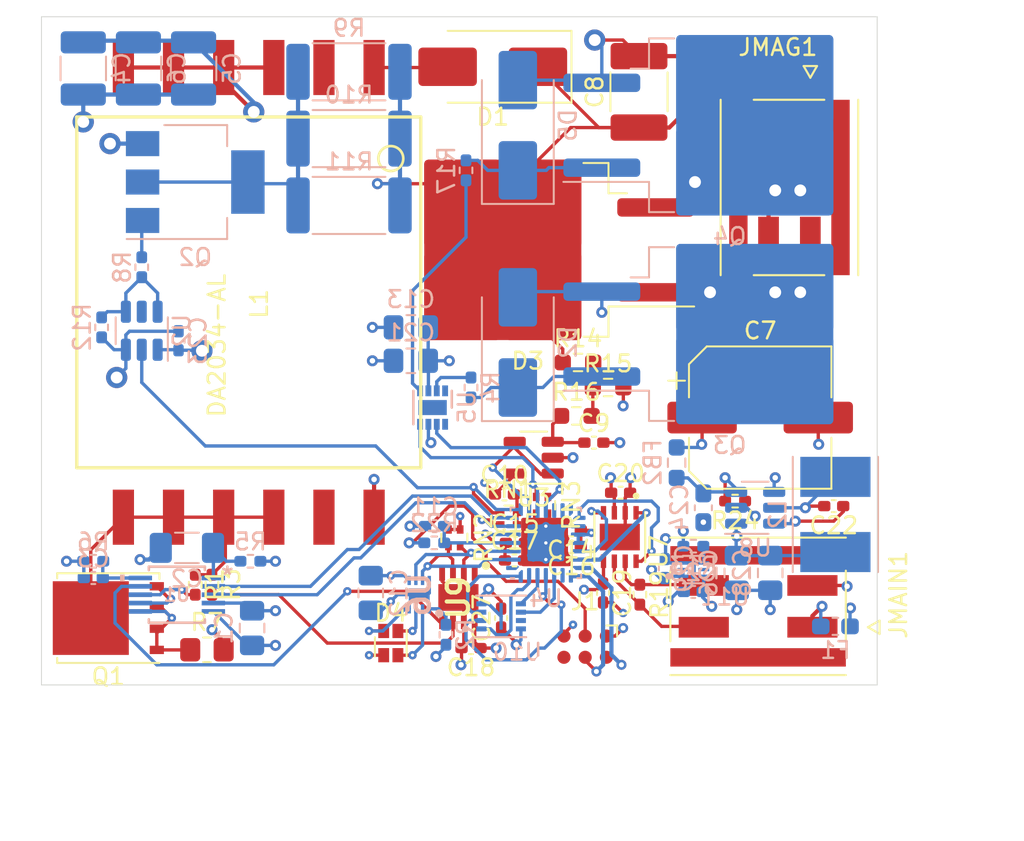
<source format=kicad_pcb>
(kicad_pcb (version 20221018) (generator pcbnew)
  (layers (0 "F.Cu" signal "Top Layer") (1 "In1.Cu" power "Int1 (GND)") (2 "In2.Cu" power "Int2 (PWR)") (31 "B.Cu" signal "Bottom Layer") (34 "B.Paste" user "Bottom Paste") (35 "F.Paste" user "Top Paste") (36 "B.SilkS" user "Bottom Overlay") (37 "F.SilkS" user "Top Overlay") (38 "B.Mask" user "Bottom Solder") (39 "F.Mask" user "Top Solder") (44 "Edge.Cuts" user))
  (property "SHEETTOTAL" "4")
  (net 0 "")
  (net 1 "GND")
  (net 2 "+24V")
  (net 3 "Net-(U1-VTRANS)")
  (net 4 "Net-(U1-RBG)")
  (net 5 "+3.3V")
  (net 6 "Net-(U4-NRST)")
  (net 7 "+5V")
  (net 8 "Net-(U8-BST)")
  (net 9 "Net-(U8-SW)")
  (net 10 "Net-(U8-IN)")
  (net 11 "Net-(D1-A)")
  (net 12 "Net-(D2-A1)")
  (net 13 "/MAGNET_A_2")
  (net 14 "/MAGNET_B_2")
  (net 15 "Net-(D4-RK)")
  (net 16 "Net-(D4-GK)")
  (net 17 "Net-(D4-BK)")
  (net 18 "Net-(D5-A1)")
  (net 19 "Net-(F1-Pad1)")
  (net 20 "/Logic/SWDIO")
  (net 21 "/Logic/SW_NRST")
  (net 22 "/Logic/SWCLK")
  (net 26 "/CAN_P")
  (net 27 "/CAN_N")
  (net 30 "/Power/NMOS_DRAIN")
  (net 31 "Net-(U1-SOURCE)")
  (net 32 "Net-(Q1-G)")
  (net 33 "Net-(Q2-G)")
  (net 34 "Net-(Q2-D-Pad2)")
  (net 35 "Net-(U1-RDCM)")
  (net 36 "Net-(U6-ST)")
  (net 37 "Net-(U9-P0B)")
  (net 38 "Net-(U5-OUT_A)")
  (net 39 "Net-(U2-SINK)")
  (net 40 "Net-(U11-EN)")
  (net 41 "Net-(R14-Pad2)")
  (net 42 "Net-(U5-OUT_B)")
  (net 43 "Net-(U8-EN)")
  (net 44 "/Logic/CHARGE")
  (net 45 "/Logic/DISCHARGE")
  (net 46 "/Logic/SCL")
  (net 47 "/Logic/SDA")
  (net 48 "/Logic/KICK_B")
  (net 49 "/Logic/KICK_A")
  (net 50 "/Logic/DONE")
  (net 51 "/Power/RVOUT")
  (net 53 "/Logic/VOUT_ADC")
  (net 58 "/Logic/CAN_STB")
  (net 59 "/Logic/CAN_RX")
  (net 60 "/Logic/CAN_TX")
  (net 62 "/Logic/SCK")
  (net 63 "/Logic/MISO")
  (net 64 "/Logic/MOSI")
  (net 65 "/Logic/FLASH_CS")
  (net 66 "/Logic/FLASH_WP")
  (net 71 "Net-(U3-+)")
  (net 72 "VDC")
  (footprint "Diode_SMD:D_SMB_Handsoldering" (layer "F.Cu") (at 150.5 88 180)
    (fp_text reference "D1")
    (fp_text value "MURS160")
  )
  (footprint "Capacitor_SMD:C_0402_1005Metric_Pad0.74x0.62mm_HandSolder" (layer "F.Cu") (at 149.2 122.8 180)
    (fp_text reference "C18")
    (fp_text value "100nF")
  )
  (footprint "ATA6561-GBQW:SON65P300X300X100-9N" (layer "F.Cu") (at 158.1 116.15 -90)
    (fp_text reference "U7")
    (fp_text value "ATA6561-GBQW")
  )
  (footprint "MCP4562T-503E_MF:SON65P300X300X100-9N-D" (layer "F.Cu") (at 148.445 119.7675 -90)
    (fp_text reference "U9")
    (fp_text value "MCP4562T-503E" hide)
  )
  (footprint "Package_TO_SOT_SMD:TO-263-2" (layer "F.Cu") (at 152.6 98.96 180)
    (fp_text reference "D3")
    (fp_text value "FFSB2065BDN-F085")
  )
  (footprint "1054291104:MOLEX_1054291104" (layer "F.Cu") (at 166.85 120.3 -90)
    (fp_text reference "JMAIN1")
    (fp_text value "Molex 105429-1104")
  )
  (footprint "Resistor_SMD:R_0805_2012Metric_Pad1.20x1.40mm_HandSolder" (layer "F.Cu") (at 133.4 122.9)
    (fp_text reference "R7")
    (fp_text value "0.008")
  )
  (footprint "Resistor_SMD:R_0603_1608Metric_Pad0.98x0.95mm_HandSolder" (layer "F.Cu") (at 155.6 105.7)
    (fp_text reference "R14")
    (fp_text value "10M")
  )
  (footprint "Resistor_SMD:R_Array_Convex_2x0402" (layer "F.Cu") (at 151.45 115.05)
    (fp_text reference "RN1")
    (fp_text value "100K")
  )
  (footprint "Capacitor_SMD:C_0402_1005Metric_Pad0.74x0.62mm_HandSolder" (layer "F.Cu") (at 151.2 113.6)
    (fp_text reference "C10")
    (fp_text value "100nF")
  )
  (footprint "Capacitor_SMD:CP_Elec_8x11.9" (layer "F.Cu") (at 166.5 109)
    (fp_text reference "C7")
    (fp_text value "180uF")
  )
  (footprint "LTST-C19HE1WT:LED_LiteOn_LTST-C19HE1WT" (layer "F.Cu") (at 144.4 122.5)
    (fp_text reference "D4")
    (fp_text value "RGB")
  )
  (footprint "1054291104:MOLEX_1054291104" (layer "F.Cu") (at 168.25 94.75)
    (fp_text reference "JMAG1")
    (fp_text value "Molex 105429-1104")
  )
  (footprint "Resistor_SMD:R_0603_1608Metric_Pad0.98x0.95mm_HandSolder" (layer "F.Cu") (at 155.5 108.9)
    (fp_text reference "R16")
    (fp_text value "1K")
  )
  (footprint "Capacitor_SMD:C_0402_1005Metric_Pad0.74x0.62mm_HandSolder" (layer "F.Cu") (at 156.55 110.5)
    (fp_text reference "C9")
    (fp_text value "100pF")
  )
  (footprint "Capacitor_SMD:C_0402_1005Metric_Pad0.74x0.62mm_HandSolder" (layer "F.Cu") (at 155.2 116.75 180)
    (fp_text reference "C16")
    (fp_text value "100nF")
  )
  (footprint "Package_TO_SOT_SMD:TDSON-8-1" (layer "F.Cu") (at 127.5011 121.0036 180)
    (fp_text reference "Q1")
    (fp_text value "BSC109N10NS3G")
  )
  (footprint "Capacitor_SMD:C_0402_1005Metric_Pad0.74x0.62mm_HandSolder" (layer "F.Cu") (at 170.9 114.3 180)
    (fp_text reference "C22")
    (fp_text value "100nF")
  )
  (footprint "Resistor_SMD:R_0402_1005Metric_Pad0.72x0.64mm_HandSolder" (layer "F.Cu") (at 133.7 119.0036 -90)
    (fp_text reference "R3")
    (fp_text value "10K")
  )
  (footprint "Resistor_SMD:R_0402_1005Metric_Pad0.72x0.64mm_HandSolder" (layer "F.Cu") (at 132.7 119.0036 -90)
    (fp_text reference "R1")
    (fp_text value "43K")
  )
  (footprint "Capacitor_SMD:C_0402_1005Metric_Pad0.74x0.62mm_HandSolder" (layer "F.Cu") (at 151 121 90)
    (fp_text reference "C27")
    (fp_text value "100nF")
  )
  (footprint "Package_TO_SOT_SMD:SOT-23-5" (layer "F.Cu") (at 152.95 111.4 180)
    (fp_text reference "U3")
    (fp_text value "NCS325")
  )
  (footprint "Resistor_SMD:R_Array_Convex_2x0402" (layer "F.Cu") (at 153.45 114.25 -90)
    (fp_text reference "RN3")
    (fp_text value "100K")
  )
  (footprint "DA2034-AL:DA2034-AL" (layer "F.Cu") (at 135.9011 101.5036 -90)
    (fp_text reference "L1")
    (fp_text value "DA2034-AL")
  )
  (footprint "Connector:Tag-Connect_TC2030-IDC-NL_2x03_P1.27mm_Vertical" (layer "F.Cu") (at 156.03 122.715 180)
    (fp_text reference "J1")
    (fp_text value "TC2030-IDC-NL")
  )
  (footprint "Resistor_SMD:R_0402_1005Metric_Pad0.72x0.64mm_HandSolder" (layer "F.Cu") (at 165 114 180)
    (fp_text reference "R24")
    (fp_text value "0")
  )
  (footprint "Resistor_SMD:R_0603_1608Metric_Pad0.98x0.95mm_HandSolder" (layer "F.Cu") (at 157.4 107.2)
    (fp_text reference "R15")
    (fp_text value "100K")
  )
  (footprint "Capacitor_SMD:C_0402_1005Metric_Pad0.74x0.62mm_HandSolder" (layer "F.Cu") (at 151.85 116.5)
    (fp_text reference "C15")
    (fp_text value "100nF")
  )
  (footprint "Capacitor_SMD:C_1812_4532Metric_Pad1.57x3.40mm_HandSolder" (layer "F.Cu") (at 159.25 89.5 90)
    (fp_text reference "C8")
    (fp_text value "0.1uF 630V")
  )
  (footprint "Resistor_SMD:R_Array_Convex_2x0402" (layer "F.Cu") (at 148.2 116.2 -90)
    (fp_text reference "RN2")
    (fp_text value "4.7K")
  )
  (footprint "Resistor_SMD:R_0402_1005Metric_Pad0.72x0.64mm_HandSolder" (layer "F.Cu") (at 159.3 119.6 -90)
    (fp_text reference "R19")
    (fp_text value "120")
  )
  (footprint "Capacitor_SMD:C_0402_1005Metric_Pad0.74x0.62mm_HandSolder" (layer "F.Cu") (at 157.1 119.5 -90)
    (fp_text reference "C19")
    (fp_text value "100nF")
  )
  (footprint "Capacitor_SMD:C_0402_1005Metric_Pad0.74x0.62mm_HandSolder" (layer "F.Cu") (at 158.15 113.5)
    (fp_text reference "C20")
    (fp_text value "100nF")
  )
  (footprint "Capacitor_SMD:C_0402_1005Metric_Pad0.74x0.62mm_HandSolder" (layer "F.Cu") (at 151.8 117.55)
    (fp_text reference "C17")
    (fp_text value "10uF")
  )
  (footprint "Capacitor_SMD:C_0402_1005Metric_Pad0.74x0.62mm_HandSolder" (layer "F.Cu") (at 155.2 115.75 180)
    (fp_text reference "C14")
    (fp_text value "100nF")
  )
  (footprint "Resistor_SMD:R_0402_1005Metric_Pad0.72x0.64mm_HandSolder" (layer "B.Cu") (at 129.5 100 -90)
    (fp_text reference "R8")
    (fp_text value "10")
  )
  (footprint "Package_TO_SOT_SMD:TO-263-2" (layer "B.Cu") (at 164.675 104)
    (fp_text reference "Q3")
    (fp_text value "IGB50N60T")
  )
  (footprint "Capacitor_SMD:C_0402_1005Metric_Pad0.74x0.62mm_HandSolder" (layer "B.Cu") (at 162.4964 119.4386 180)
    (fp_text reference "C25")
    (fp_text value "2.2uF")
  )
  (footprint "MX25V1006FZUI:PSON50P200X300X60-9N" (layer "B.Cu") (at 151 120.9)
    (fp_text reference "U10")
    (fp_text value "MX25V1006FZUI")
  )
  (footprint "Resistor_SMD:R_0402_1005Metric_Pad0.72x0.64mm_HandSolder" (layer "B.Cu") (at 147.7 122 90)
    (fp_text reference "R2")
    (fp_text value "100K")
  )
  (footprint "Resistor_SMD:R_0402_1005Metric_Pad0.72x0.64mm_HandSolder" (layer "B.Cu") (at 127.1 103.6 -90)
    (fp_text reference "R12")
    (fp_text value "100K")
  )
  (footprint "Resistor_SMD:R_0402_1005Metric_Pad0.72x0.64mm_HandSolder" (layer "B.Cu") (at 149.1989 107.2 90)
    (fp_text reference "R4")
    (fp_text value "10")
  )
  (footprint "Capacitor_SMD:C_0805_2012Metric_Pad1.18x1.45mm_HandSolder" (layer "B.Cu") (at 165.1011 118.3036 -90)
    (fp_text reference "C26")
    (fp_text value "22uF")
  )
  (footprint "KTD2026EWE-TR:SON40P150X150X55-9N" (layer "B.Cu") (at 146.1 119.6 90)
    (fp_text reference "U6")
    (fp_text value "KTD2026EWE-TR" hide)
  )
  (footprint "Resistor_SMD:R_0402_1005Metric_Pad0.72x0.64mm_HandSolder" (layer "B.Cu") (at 148.9 94.2 -90)
    (fp_text reference "R17")
    (fp_text value "10")
  )
  (footprint "Capacitor_SMD:C_0805_2012Metric_Pad1.18x1.45mm_HandSolder" (layer "B.Cu") (at 143.2 119.5 90)
    (fp_text reference "C12")
    (fp_text value "10µF")
  )
  (footprint "LT3750EMSTR:MSOP-10_MS" (layer "B.Cu") (at 131.6011 119.6036 180)
    (fp_text reference "U1")
    (fp_text value "LT3750EMSTR")
  )
  (footprint "Capacitor_SMD:C_0805_2012Metric_Pad1.18x1.45mm_HandSolder" (layer "B.Cu") (at 145.5989 105.6 180)
    (fp_text reference "C21")
    (fp_text value "100nF")
  )
  (footprint "Package_TO_SOT_SMD:SOT-23-6" (layer "B.Cu") (at 129.5 103.8 90)
    (fp_text reference "U2")
    (fp_text value "ZXGD3009E6")
  )
  (footprint "Package_TO_SOT_SMD:SOT-223" (layer "B.Cu") (at 132.7 94.9)
    (fp_text reference "Q2")
    (fp_text value "STN3N40K3")
  )
  (footprint "Capacitor_SMD:C_0402_1005Metric_Pad0.74x0.62mm_HandSolder" (layer "B.Cu") (at 147.02 115.4964 180)
    (fp_text reference "C11")
    (fp_text value "100nF")
  )
  (footprint "Diode_SMD:D_SMB_Handsoldering" (layer "B.Cu") (at 152 91.5 90)
    (fp_text reference "D5")
    (fp_text value "SMBJ13CA")
  )
  (footprint "Capacitor_SMD:C_0402_1005Metric_Pad0.74x0.62mm_HandSolder" (layer "B.Cu") (at 131.7 104.4 90)
    (fp_text reference "C23")
    (fp_text value "100nF")
  )
  (footprint "Resistor_SMD:R_2512_6332Metric_Pad1.40x3.35mm_HandSolder" (layer "B.Cu") (at 141.9 88.3 180)
    (fp_text reference "R9")
    (fp_text value "2.4K 3W")
  )
  (footprint "Diode_SMD:D_SMB_Handsoldering" (layer "B.Cu") (at 152 104.5 90)
    (fp_text reference "D2")
    (fp_text value "SMBJ13CA")
  )
  (footprint "Package_DFN_QFN:QFN-28_4x4mm_P0.5mm" (layer "B.Cu") (at 153.6761 116.5036)
    (fp_text reference "U4")
    (fp_text value "STM32F042G6Ux")
  )
  (footprint "Resistor_SMD:R_0402_1005Metric_Pad0.72x0.64mm_HandSolder" (layer "B.Cu") (at 136 117.6 180)
    (fp_text reference "R5")
    (fp_text value "0")
  )
  (footprint "Capacitor_SMD:C_0402_1005Metric_Pad0.74x0.62mm_HandSolder" (layer "B.Cu") (at 160.7964 118.0386 90)
    (fp_text reference "C29")
    (fp_text value "2.2uF")
  )
  (footprint "Capacitor_SMD:C_0805_2012Metric_Pad1.18x1.45mm_HandSolder" (layer "B.Cu") (at 167.1 118.3 -90)
    (fp_text reference "C28")
    (fp_text value "22uF")
  )
  (footprint "Capacitor_SMD:C_0603_1608Metric_Pad1.08x0.95mm_HandSolder" (layer "B.Cu") (at 163.1 114.4 -90)
    (fp_text reference "C24")
    (fp_text value "10uF")
  )
  (footprint "Resistor_SMD:R_0603_1608Metric_Pad0.98x0.95mm_HandSolder" (layer "B.Cu") (at 161.5 111.7 -90)
    (fp_text reference "FB2")
    (fp_text value "FerriteBead_Small")
  )
  (footprint "Inductor_SMD:L_Taiyo-Yuden_NR-50xx_HandSoldering" (layer "B.Cu") (at 171 114.8 -90)
    (fp_text reference "L2")
    (fp_text value "4.7uH")
  )
  (footprint "Resistor_SMD:R_0402_1005Metric_Pad0.72x0.64mm_HandSolder" (layer "B.Cu") (at 126.6 117.6 180)
    (fp_text reference "R6")
    (fp_text value "2.49K")
  )
  (footprint "Package_DFN_QFN:VDFN-8-1EP_2x2mm_P0.5mm_EP0.9x1.7mm" (layer "B.Cu") (at 146.9 108.4 90)
    (fp_text reference "U5")
    (fp_text value "IX4427MTR")
  )
  (footprint "Package_TO_SOT_SMD:TO-263-2" (layer "B.Cu") (at 164.675 91.5)
    (fp_text reference "Q4")
    (fp_text value "IGB50N60T")
  )
  (footprint "Capacitor_SMD:C_1210_3225Metric_Pad1.33x2.70mm_HandSolder" (layer "B.Cu") (at 129.3 88.1 90)
    (fp_text reference "C6")
    (fp_text value "22uF")
  )
  (footprint "Resistor_SMD:R_0402_1005Metric_Pad0.72x0.64mm_HandSolder" (layer "B.Cu") (at 147 116.5 180)
    (fp_text reference "R22")
    (fp_text value "0")
  )
  (footprint "Resistor_SMD:R_0402_1005Metric_Pad0.72x0.64mm_HandSolder" (layer "B.Cu") (at 162.5 116.7)
    (fp_text reference "R13")
    (fp_text value "0")
  )
  (footprint "Resistor_SMD:R_2512_6332Metric_Pad1.40x3.35mm_HandSolder" (layer "B.Cu") (at 141.9 96.3 180)
    (fp_text reference "R11")
    (fp_text value "2.4K 3W")
  )
  (footprint "Capacitor_SMD:C_0805_2012Metric_Pad1.18x1.45mm_HandSolder" (layer "B.Cu") (at 145.6 103.6 180)
    (fp_text reference "C13")
    (fp_text value "10µF")
  )
  (footprint "Capacitor_SMD:C_1206_3216Metric_Pad1.33x1.80mm_HandSolder" (layer "B.Cu") (at 132.2 116.8)
    (fp_text reference "C2")
    (fp_text value "10uF")
  )
  (footprint "Capacitor_SMD:C_1210_3225Metric_Pad1.33x2.70mm_HandSolder" (layer "B.Cu") (at 132.6 88.1 90)
    (fp_text reference "C5")
    (fp_text value "22uF")
  )
  (footprint "MIC5528-3.3YMT-TR:SON40P120X120X60-7N" (layer "B.Cu") (at 162.5 118.1)
    (fp_text reference "U11")
    (fp_text value "MIC5528-3.3")
  )
  (footprint "Package_TO_SOT_SMD:TSOT-23-6" (layer "B.Cu") (at 166.2 114.4)
    (fp_text reference "U8")
    (fp_text value "AP63205WU")
  )
  (footprint "Fuse:Fuse_0603_1608Metric_Pad1.05x0.95mm_HandSolder" (layer "B.Cu") (at 171 121.5)
    (fp_text reference "F1")
    (fp_text value "8A")
  )
  (footprint "Capacitor_SMD:C_0402_1005Metric_Pad0.74x0.62mm_HandSolder" (layer "B.Cu") (at 126.6011 118.6036 180)
    (fp_text reference "C3")
    (fp_text value "100pF")
  )
  (footprint "Capacitor_SMD:C_1210_3225Metric_Pad1.33x2.70mm_HandSolder" (layer "B.Cu") (at 126.0011 88.1 90)
    (fp_text reference "C4")
    (fp_text value "22uF")
  )
  (footprint "Resistor_SMD:R_2512_6332Metric_Pad1.40x3.35mm_HandSolder" (layer "B.Cu") (at 141.9 92.3 180)
    (fp_text reference "R10")
    (fp_text value "2.4K 3W")
  )
  (footprint "Capacitor_SMD:C_0805_2012Metric_Pad1.18x1.45mm_HandSolder" (layer "B.Cu") (at 136.1 121.6 -90)
    (fp_text reference "C1")
    (fp_text value "10µF")
  )
  (gr_line (start 123.5011 125.0036) (end 173.5011 125.0036) (stroke (width 0.05)) (layer "Edge.Cuts"))
  (gr_line (start 123.5011 85.0036) (end 123.5011 125.0036) (stroke (width 0.05)) (layer "Edge.Cuts"))
  (gr_line (start 173.5011 125.0036) (end 173.5011 85.0036) (stroke (width 0.05)) (layer "Edge.Cuts"))
  (gr_line (start 173.5011 85.0036) (end 123.5011 85.0036) (stroke (width 0.05)) (layer "Edge.Cuts"))
  (segment (start 157.1175 110.5) (end 158.1 110.5) (width 0.2) (layer "F.Cu") (net 1))
  (segment (start 158.425 114.7) (end 158.425 113.7925) (width 0.2) (layer "F.Cu") (net 1))
  (segment (start 169.5 88.1) (end 167.9 86.5) (width 0.25) (layer "F.Cu") (net 1))
  (segment (start 169.625 119.05) (end 171.65 119.05) (width 0.2) (layer "F.Cu") (net 1))
  (segment (start 143.4 112.7) (end 143.4 114.9625) (width 0.25) (layer "F.Cu") (net 1))
  (segment (start 158.7175 113.5) (end 158.7175 112.6325) (width 0.2) (layer "F.Cu") (net 1))
  (segment (start 148.77 121.2175) (end 148.77 122.6625) (width 0.2) (layer "F.Cu") (net 1))
  (segment (start 171.65 119.05) (end 171.7 119.1) (width 0.2) (layer "F.Cu") (net 1))
  (segment (start 158.425 115.825) (end 158.1 116.15) (width 0.2) (layer "F.Cu") (net 1))
  (segment (start 148.77 121.2175) (end 148.77 120.0925) (width 0.2) (layer "F.Cu") (net 1))
  (segment (start 169.975 110.575) (end 170 110.6) (width 0.2) (layer "F.Cu") (net 1))
  (segment (start 157.6675 120.0675) (end 158.3 120.7) (width 0.2) (layer "F.Cu") (net 1))
  (segment (start 151.95 113.75) (end 151.95 114.7) (width 0.2) (layer "F.Cu") (net 1))
  (segment (start 151 120.4325) (end 151 120) (width 0.2) (layer "F.Cu") (net 1))
  (segment (start 151.8 113.6) (end 151.95 113.75) (width 0.2) (layer "F.Cu") (net 1))
  (segment (start 158.2875 86.4) (end 156.6 86.4) (width 0.2) (layer "F.Cu") (net 1))
  (segment (start 154.76 121.94) (end 154.76 122.08) (width 0.2) (layer "F.Cu") (net 1))
  (segment (start 148.6325 122.8) (end 148.6325 123.7675) (width 0.2) (layer "F.Cu") (net 1))
  (segment (start 134.4 122.9) (end 134.4 122.4) (width 0.2) (layer "F.Cu") (net 1))
  (segment (start 167.9 86.5) (end 164 86.5) (width 0.25) (layer "F.Cu") (net 1))
  (segment (start 158.3125 107.2) (end 158.3125 108.2875) (width 0.2) (layer "F.Cu") (net 1))
  (segment (start 143.4 114.9625) (end 143.4011 114.9636) (width 0.25) (layer "F.Cu") (net 1))
  (segment (start 169.975 109) (end 169.975 110.575) (width 0.2) (layer "F.Cu") (net 1))
  (segment (start 151.7675 113.6) (end 151.8 113.6) (width 0.2) (layer "F.Cu") (net 1))
  (segment (start 149.42 118.3175) (end 149.42 118.7925) (width 0.2) (layer "F.Cu") (net 1))
  (segment (start 155.3 121.4) (end 154.76 121.94) (width 0.2) (layer "F.Cu") (net 1))
  (segment (start 151.95 114.7) (end 151.95 115.4) (width 0.2) (layer "F.Cu") (net 1))
  (segment (start 148.77 122.6625) (end 148.6325 122.8) (width 0.2) (layer "F.Cu") (net 1))
  (segment (start 158.3125 108.2875) (end 158.3 108.3) (width 0.2) (layer "F.Cu") (net 1))
  (segment (start 158.425 113.7925) (end 158.7175 113.5) (width 0.2) (layer "F.Cu") (net 1))
  (segment (start 134.4 122.4) (end 133.7 121.7) (width 0.2) (layer "F.Cu") (net 1))
  (segment (start 147.47 118.3175) (end 147.47 118.7925) (width 0.2) (layer "F.Cu") (net 1))
  (segment (start 158.7175 112.6325) (end 158.75 112.6) (width 0.2) (layer "F.Cu") (net 1))
  (segment (start 157.1 120.0675) (end 157.6675 120.0675) (width 0.2) (layer "F.Cu") (net 1))
  (segment (start 149.42 118.7925) (end 148.445 119.7675) (width 0.2) (layer "F.Cu") (net 1))
  (segment (start 164 86.5) (end 163.1375 87.3625) (width 0.25) (layer "F.Cu") (net 1))
  (segment (start 148.6325 123.7675) (end 148.6 123.8) (width 0.2) (layer "F.Cu") (net 1))
  (segment (start 151 120) (end 150.254876 119.254876) (width 0.2) (layer "F.Cu") (net 1))
  (segment (start 163.1375 87.3625) (end 159.25 87.3625) (width 0.25) (layer "F.Cu") (net 1))
  (segment (start 147.47 118.7925) (end 148.445 119.7675) (width 0.2) (layer "F.Cu") (net 1))
  (segment (start 154.0875 111.4) (end 155.3 111.4) (width 0.2) (layer "F.Cu") (net 1))
  (segment (start 159.25 87.3625) (end 158.2875 86.4) (width 0.2) (layer "F.Cu") (net 1))
  (segment (start 169.5 91.975) (end 169.5 88.1) (width 0.25) (layer "F.Cu") (net 1))
  (segment (start 158.425 114.7) (end 158.425 115.825) (width 0.2) (layer "F.Cu") (net 1))
  (segment (start 148.77 120.0925) (end 148.445 119.7675) (width 0.2) (layer "F.Cu") (net 1))
  (via (at 158.3 120.7) (size 0.5) (drill 0.2) (layers "F.Cu" "B.Cu") (net 1))
  (via (at 158.75 112.6) (size 0.66) (drill 0.33) (layers "F.Cu" "B.Cu") (net 1))
  (via (at 148.6 123.8) (size 0.66) (drill 0.33) (layers "F.Cu" "B.Cu") (net 1))
  (via (at 133.7 121.7) (size 0.66) (drill 0.33) (layers "F.Cu" "B.Cu") (net 1))
  (via (at 160.839246 116.249224) (size 0.66) (drill 0.33) (layers "F.Cu" "B.Cu") (net 1))
  (via (at 158.3 108.3) (size 0.66) (drill 0.33) (layers "F.Cu" "B.Cu") (net 1))
  (via (at 137.5 122.6375) (size 0.66) (drill 0.33) (layers "F.Cu" "B.Cu") (net 1))
  (via (at 153.6761 117.5) (size 0.5) (drill 0.2) (layers "F.Cu" "B.Cu") (net 1))
  (via (at 125 117.6) (size 0.66) (drill 0.33) (layers "F.Cu" "B.Cu") (net 1))
  (via (at 167.1 120.5) (size 0.66) (drill 0.33) (layers "F.Cu" "B.Cu") (net 1))
  (via (at 167.4 112.6) (size 0.66) (drill 0.33) (layers "F.Cu" "B.Cu") (net 1))
  (via (at 143.3 103.6) (size 0.66) (drill 0.33) (layers "F.Cu" "B.Cu") (net 1))
  (via (at 153.6761 116.5036) (size 0.5) (drill 0.2) (layers "F.Cu" "B.Cu") (net 1))
  (via (at 161 120) (size 0.66) (drill 0.33) (layers "F.Cu" "B.Cu") (net 1))
  (via (at 155.3 111.4) (size 0.66) (drill 0.33) (layers "F.Cu" "B.Cu") (net 1))
  (via (at 126 91.3) (size 1.27) (drill 0.7112) (layers "F.Cu" "B.Cu") (net 1))
  (via (at 156.6 86.4) (size 1.27) (drill 0.7112) (layers "F.Cu" "B.Cu") (net 1))
  (via (at 143.3 105.6) (size 0.66) (drill 0.33) (layers "F.Cu" "B.Cu") (net 1))
  (via (at 170 110.6) (size 0.66) (drill 0.33) (layers "F.Cu" "B.Cu") (net 1))
  (via (at 165.1 120.5) (size 0.66) (drill 0.33) (layers "F.Cu" "B.Cu") (net 1))
  (via (at 171.7 119.1) (size 0.66) (drill 0.33) (layers "F.Cu" "B.Cu") (net 1))
  (via (at 157.025 102.7) (size 0.66) (drill 0.33) (layers "F.Cu" "B.Cu") (net 1))
  (via (at 158.1 110.5) (size 0.66) (drill 0.33) (layers "F.Cu" "B.Cu") (net 1))
  (via (at 146.8 110.5) (size 0.66) (drill 0.33) (layers "F.Cu" "B.Cu") (net 1))
  (via (at 144.4 120) (size 0.5) (drill 0.2) (layers "F.Cu" "B.Cu") (net 1))
  (via (at 127.6 92.6) (size 1.27) (drill 0.7112) (layers "F.Cu" "B.Cu") (net 1))
  (via (at 163.1 115.2625) (size 0.66) (drill 0.33) (layers "F.Cu" "B.Cu") (net 1))
  (via (at 153.6761 115.5) (size 0.5) (drill 0.2) (layers "F.Cu" "B.Cu") (net 1))
  (via (at 155.3 121.4) (size 0.5) (drill 0.2) (layers "F.Cu" "B.Cu") (net 1))
  (via (at 129.4 117.5) (size 0.66) (drill 0.33) (layers "F.Cu" "B.Cu") (net 1))
  (via (at 150.254876 119.254876) (size 0.66) (drill 0.33) (layers "F.Cu" "B.Cu") (net 1))
  (via (at 145.548724 115.4964) (size 0.66) (drill 0.33) (layers "F.Cu" "B.Cu") (net 1))
  (via (at 143.4 112.7) (size 0.66) (drill 0.33) (layers "F.Cu" "B.Cu") (net 1))
  (via (at 128 106.6) (size 1.27) (drill 0.7112) (layers "F.Cu" "B.Cu") (net 1))
  (segment (start 167.3375 112.6625) (end 167.4 112.6) (width 0.2) (layer "B.Cu") (net 1))
  (segment (start 146.65 109.4) (end 146.65 110.35) (width 0.2) (layer "B.Cu") (net 1))
  (segment (start 162.5 117.8) (end 162.4 117.7) (width 0.2) (layer "B.Cu") (net 1))
  (segment (start 127.1 104.1975) (end 127.84 104.9375) (width 0.2) (layer "B.Cu") (net 1))
  (segment (start 156.865 88.8) (end 157.025 88.96) (width 0.2) (layer "B.Cu") (net 1))
  (segment (start 161.875 117.7) (end 161.0253 117.7) (width 0.2) (layer "B.Cu") (net 1))
  (segment (start 157.025 101.46) (end 157.025 102.7) (width 0.2) (layer "B.Cu") (net 1))
  (segment (start 146.7 119.5) (end 146.6 119.6) (width 0.2) (layer "B.Cu") (net 1))
  (segment (start 161.9614 119.4386) (end 162.5 118.9) (width 0.2) (layer "B.Cu") (net 1))
  (segment (start 126.0025 117.6) (end 125 117.6) (width 0.2) (layer "B.Cu") (net 1))
  (segment (start 129.9375 117.5) (end 130.6375 116.8) (width 0.25) (layer "B.Cu") (net 1))
  (segment (start 161.5614 119.4386) (end 161.9289 119.4386) (width 0.2) (layer "B.Cu") (net 1))
  (segment (start 167.1 119.3375) (end 167.1 120.5) (width 0.2) (layer "B.Cu") (net 1))
  (segment (start 149.815 119.694752) (end 150.254876 119.254876) (width 0.2) (layer "B.Cu") (net 1))
  (segment (start 146.7 118.75) (end 146.7 119.5) (width 0.2) (layer "B.Cu") (net 1))
  (segment (start 144.4 120) (end 144.8 119.6) (width 0.2) (layer "B.Cu") (net 1))
  (segment (start 150.25 120.15) (end 151 120.9) (width 0.2) (layer "B.Cu") (net 1))
  (segment (start 127.84 104.9375) (end 128.55 104.9375) (width 0.2) (layer "B.Cu") (net 1))
  (segment (start 149.815 120.15) (end 150.25 120.15) (width 0.2) (layer "B.Cu") (net 1))
  (segment (start 128.55 104.05) (end 128.55 104.9375) (width 0.2) (layer "B.Cu") (net 1))
  (segment (start 143.3 103.6) (end 144.5625 103.6) (width 0.2) (layer "B.Cu") (net 1))
  (segment (start 129.55 92.6) (end 127.6 92.6) (width 0.25) (layer "B.Cu") (net 1))
  (segment (start 167.3375 113.45) (end 167.3375 112.6625) (width 0.2) (layer "B.Cu") (net 1))
  (segment (start 146.6 119.6) (end 146.1 119.6) (width 0.2) (layer "B.Cu") (net 1))
  (segment (start 162.4 117.7) (end 161.875 117.7) (width 0.2) (layer "B.Cu") (net 1))
  (segment (start 145.548724 115.4964) (end 146.4525 115.4964) (width 0.25) (layer "B.Cu") (net 1))
  (segment (start 157.025 88.96) (end 157.025 86.825) (width 0.2) (layer "B.Cu") (net 1))
  (segment (start 126 89.6636) (end 126.0011 89.6625) (width 0.25) (layer "B.Cu") (net 1))
  (segment (start 143.2 120.5375) (end 143.8625 120.5375) (width 0.2) (layer "B.Cu") (net 1))
  (segment (start 160.839246 116.249224) (end 160.839246 117.428254) (width 0.2) (layer "B.Cu") (net 1))
  (segment (start 132.6 89.6625) (end 126.0011 89.6625) (width 0.25) (layer "B.Cu") (net 1))
  (segment (start 162.5 118.1) (end 162.5 117.8) (width 0.2) (layer "B.Cu") (net 1))
  (segment (start 160.839246 117.428254) (end 160.7964 117.4711) (width 0.2) (layer "B.Cu") (net 1))
  (segment (start 152 101.8) (end 152.34 101.46) (width 0.2) (layer "B.Cu") (net 1))
  (segment (start 162.5 118.9) (end 162.5 118.1) (width 0.2) (layer "B.Cu") (net 1))
  (segment (start 143.3 105.6) (end 144.5614 105.6) (width 0.2) (layer "B.Cu") (net 1))
  (segment (start 128.7675 103.8325) (end 128.55 104.05) (width 0.2) (layer "B.Cu") (net 1))
  (segment (start 126.0336 118.6036) (end 126.0336 117.6311) (width 0.2) (layer "B.Cu") (net 1))
  (segment (start 167.0964 119.3411) (end 165.1011 119.3411) (width 0.2) (layer "B.Cu") (net 1))
  (segment (start 157.025 86.825) (end 156.6 86.4) (width 0.2) (layer "B.Cu") (net 1))
  (segment (start 161.9289 119.4386) (end 161.9614 119.4386) (width 0.2) (layer "B.Cu") (net 1))
  (segment (start 165.1011 120.4989) (end 165.1 120.5) (width 0.2) (layer "B.Cu") (net 1))
  (segment (start 152.34 101.46) (end 157.025 101.46) (width 0.2) (layer "B.Cu") (net 1))
  (segment (start 128.55 104.9375) (end 128.55 106.05) (width 0.2) (layer "B.Cu") (net 1))
  (segment (start 131.7 103.8325) (end 128.7675 103.8325) (width 0.2) (layer "B.Cu") (net 1))
  (segment (start 146.65 110.35) (end 146.8 110.5) (width 0.2) (layer "B.Cu") (net 1))
  (segment (start 161.0253 117.7) (end 160.7964 117.4711) (width 0.2) (layer "B.Cu") (net 1))
  (segment (start 129.4 117.5) (end 129.9375 117.5) (width 0.25) (layer "B.Cu") (net 1))
  (segment (start 143.8625 120.5375) (end 144.4 120) (width 0.2) (layer "B.Cu") (net 1))
  (segment (start 149.815 120.15) (end 149.815 119.694752) (width 0.2) (layer "B.Cu") (net 1))
  (segment (start 137.5 122.6375) (end 135.81864 122.6375) (width 0.2) (layer "B.Cu") (net 1))
  (segment (start 126 91.3) (end 126 89.6636) (width 0.25) (layer "B.Cu") (net 1))
  (segment (start 144.8 119.6) (end 146.1 119.6) (width 0.2) (layer "B.Cu") (net 1))
  (segment (start 152 88.8) (end 156.865 88.8) (width 0.2) (layer "B.Cu") (net 1))
  (segment (start 161 120) (end 161.5614 119.4386) (width 0.2) (layer "B.Cu") (net 1))
  (segment (start 165.1011 119.3411) (end 165.1011 120.4989) (width 0.2) (layer "B.Cu") (net 1))
  (segment (start 167.1 119.3375) (end 167.0964 119.3411) (width 0.2) (layer "B.Cu") (net 1))
  (segment (start 153.6797 115.5036) (end 153.6761 115.5) (width 0.2) (layer "B.Cu") (net 1))
  (segment (start 155.6136 115.5036) (end 153.6797 115.5036) (width 0.2) (layer "B.Cu") (net 1))
  (segment (start 128.55 106.05) (end 128 106.6) (width 0.2) (layer "B.Cu") (net 1))
  (segment (start 135.81864 122.6375) (end 133.7855 120.60436) (width 0.2) (layer "B.Cu") (net 1))
  (segment (start 126.0336 117.6311) (end 126.0025 117.6) (width 0.2) (layer "B.Cu") (net 1))
  (segment (start 134.4011 88.9011) (end 134.4011 88.0436) (width 0.25) (layer "F.Cu") (net 2))
  (segment (start 163.025 109) (end 163.025 110.575) (width 0.2) (layer "F.Cu") (net 2))
  (segment (start 163.025 110.575) (end 163 110.6) (width 0.2) (layer "F.Cu") (net 2))
  (segment (start 128.4011 88.0436) (end 137.4011 88.0436) (width 0.25) (layer "F.Cu") (net 2))
  (segment (start 136.2 90.7) (end 134.4011 88.9011) (width 0.25) (layer "F.Cu") (net 2))
  (via (at 147.9 105.6) (size 0.66) (drill 0.33) (layers "F.Cu" "B.Cu") (net 2))
  (via (at 133.1 105) (size 1.27) (drill 0.7112) (layers "F.Cu" "B.Cu") (net 2))
  (via (at 163 110.6) (size 0.66) (drill 0.33) (layers "F.Cu" "B.Cu") (net 2))
  (via (at 171.9 120.4) (size 0.66) (drill 0.33) (layers "F.Cu" "B.Cu") (net 2))
  (via (at 136.2 90.7) (size 1.27) (drill 0.7112) (layers "F.Cu" "B.Cu") (net 2))
  (via (at 137.5 117.6) (size 0.66) (drill 0.33) (layers "F.Cu" "B.Cu") (net 2))
  (via (at 137.5 120.5625) (size 0.66) (drill 0.33) (layers "F.Cu" "B.Cu") (net 2))
  (segment (start 146.65 107.4) (end 146.65 105.6136) (width 0.2) (layer "B.Cu") (net 2))
  (segment (start 132.6 86.5375) (end 136.2 90.1375) (width 0.25) (layer "B.Cu") (net 2))
  (segment (start 136.2 90.1375) (end 136.2 90.7) (width 0.25) (layer "B.Cu") (net 2))
  (segment (start 137.5 120.5625) (end 136.1 120.5625) (width 0.2) (layer "B.Cu") (net 2))
  (segment (start 131.67 104.9375) (end 131.7 104.9675) (width 0.2) (layer "B.Cu") (net 2))
  (segment (start 171.875 120.425) (end 171.9 120.4) (width 0.2) (layer "B.Cu") (net 2))
  (segment (start 126.0011 86.4375) (end 132.0011 86.4375) (width 0.25) (layer "B.Cu") (net 2))
  (segment (start 136.1 120.5625) (end 135.641481 120.103981) (width 0.2) (layer "B.Cu") (net 2))
  (segment (start 135.641481 120.103981) (end 133.7855 120.103981) (width 0.2) (layer "B.Cu") (net 2))
  (segment (start 146.6364 105.6) (end 146.6364 103.6011) (width 0.2) (layer "B.Cu") (net 2))
  (segment (start 146.6364 105.6) (end 147.9 105.6) (width 0.2) (layer "B.Cu") (net 2))
  (segment (start 146.6364 103.6011) (end 146.6375 103.6) (width 0.2) (layer "B.Cu") (net 2))
  (segment (start 133.0675 104.9675) (end 133.1 105) (width 0.2) (layer "B.Cu") (net 2))
  (segment (start 131.7 104.9675) (end 133.0675 104.9675) (width 0.2) (layer "B.Cu") (net 2))
  (segment (start 136.5975 117.6) (end 137.5 117.6) (width 0.2) (layer "B.Cu") (net 2))
  (segment (start 130.45 104.9375) (end 131.67 104.9375) (width 0.2) (layer "B.Cu") (net 2))
  (segment (start 146.65 105.6136) (end 146.6364 105.6) (width 0.2) (layer "B.Cu") (net 2))
  (segment (start 162.8125 110.7875) (end 161.5 110.7875) (width 0.2) (layer "B.Cu") (net 2))
  (segment (start 163 110.6) (end 162.8125 110.7875) (width 0.2) (layer "B.Cu") (net 2))
  (segment (start 171.875 121.5) (end 171.875 120.425) (width 0.2) (layer "B.Cu") (net 2))
  (segment (start 134.5625 117.6) (end 133.7625 116.8) (width 0.2) (layer "B.Cu") (net 3))
  (segment (start 133.7855 118.60284) (end 133.7855 116.823) (width 0.2) (layer "B.Cu") (net 3))
  (segment (start 135.4025 117.6) (end 134.5625 117.6) (width 0.2) (layer "B.Cu") (net 3))
  (segment (start 133.7855 116.823) (end 133.7625 116.8) (width 0.2) (layer "B.Cu") (net 3))
  (segment (start 127.1686 118.6036) (end 127.1686 117.6289) (width 0.2) (layer "B.Cu") (net 4))
  (segment (start 127.1686 117.6289) (end 127.1975 117.6) (width 0.2) (layer "B.Cu") (net 4))
  (segment (start 129.41594 118.6036) (end 129.4167 118.60284) (width 0.2) (layer "B.Cu") (net 4))
  (segment (start 127.1686 118.6036) (end 129.41594 118.6036) (width 0.2) (layer "B.Cu") (net 4))
  (segment (start 149.42 122.4525) (end 149.7675 122.8) (width 0.2) (layer "F.Cu") (net 5))
  (segment (start 149.42 121.2175) (end 149.42 122.4525) (width 0.2) (layer "F.Cu") (net 5))
  (segment (start 156.25 115.75) (end 155.7675 115.75) (width 0.2) (layer "F.Cu") (net 5))
  (segment (start 151.8125 112.42) (end 150.6325 113.6) (width 0.2) (layer "F.Cu") (net 5))
  (segment (start 157.3 122.08) (end 157.82 122.08) (width 0.2) (layer "F.Cu") (net 5))
  (segment (start 150.6 116.5) (end 151.2825 116.5) (width 0.2) (layer "F.Cu") (net 5))
  (segment (start 151.2325 117.55) (end 151.2325 116.55) (width 0.2) (layer "F.Cu") (net 5))
  (segment (start 151.2325 116.55) (end 151.2825 116.5) (width 0.2) (layer "F.Cu") (net 5))
  (segment (start 148.55 114.9) (end 148.55 115.7) (width 0.2) (layer "F.Cu") (net 5))
  (segment (start 151.9 122.4675) (end 151 121.5675) (width 0.2) (layer "F.Cu") (net 5))
  (segment (start 157.125 117.6) (end 157.125 118.9075) (width 0.2) (layer "F.Cu") (net 5))
  (segment (start 155.958411 119.3) (end 156.7325 119.3) (width 0.2) (layer "F.Cu") (net 5))
  (segment (start 149.7675 122.8) (end 150.7 122.8) (width 0.2) (layer "F.Cu") (net 5))
  (segment (start 150.6325 113.5325) (end 150 112.9) (width 0.2) (layer "F.Cu") (net 5))
  (segment (start 157.82 122.08) (end 158.3 121.6) (width 0.2) (layer "F.Cu") (net 5))
  (segment (start 148.55 115.7) (end 147.85 115.7) (width 0.2) (layer "F.Cu") (net 5))
  (segment (start 156.7325 119.3) (end 157.1 118.9325) (width 0.2) (layer "F.Cu") (net 5))
  (segment (start 151.9 122.6) (end 151.9 122.4675) (width 0.2) (layer "F.Cu") (net 5))
  (segment (start 155.7675 115.75) (end 155.7675 116.75) (width 0.2) (layer "F.Cu") (net 5))
  (segment (start 150.05 115.95) (end 150.6 116.5) (width 0.2) (layer "F.Cu") (net 5))
  (segment (start 150.6325 113.6) (end 150.6325 113.5325) (width 0.2) (layer "F.Cu") (net 5))
  (segment (start 151.8125 112.35) (end 151.8125 112.42) (width 0.2) (layer "F.Cu") (net 5))
  (segment (start 156.4 115.9) (end 156.25 115.75) (width 0.2) (layer "F.Cu") (net 5))
  (via (at 160 118.1) (size 0.66) (drill 0.33) (layers "F.Cu" "B.Cu") (net 5))
  (via (at 150 112.9) (size 0.5) (drill 0.2) (layers "F.Cu" "B.Cu") (net 5))
  (via (at 156.4 115.9) (size 0.5) (drill 0.2) (layers "F.Cu" "B.Cu") (net 5))
  (via (at 158.3 121.6) (size 0.6) (drill 0.3) (layers "F.Cu" "B.Cu") (net 5))
  (via (at 150.05 115.95) (size 0.5) (drill 0.2) (layers "F.Cu" "B.Cu") (net 5))
  (via (at 148.55 114.9) (size 0.5) (drill 0.2) (layers "F.Cu" "B.Cu") (net 5))
  (via (at 151.9 122.6) (size 0.66) (drill 0.33) (layers "F.Cu" "B.Cu") (net 5))
  (via (at 155.958411 119.3) (size 0.6) (drill 0.3) (layers "F.Cu" "B.Cu") (net 5))
  (via (at 150.7 122.8) (size 0.66) (drill 0.33) (layers "F.Cu" "B.Cu") (net 5))
  (segment (start 150.1036 116.0036) (end 151.7386 116.0036) (width 0.2) (layer "B.Cu") (net 5))
  (segment (start 156.4 115.9) (end 156.2964 116.0036) (width 0.2) (layer "B.Cu") (net 5))
  (segment (start 151.9 122.6) (end 152.185 122.315) (width 0.2) (layer "B.Cu") (net 5))
  (segment (start 152.185 122.315) (end 152.185 121.65) (width 0.2) (layer "B.Cu") (net 5))
  (segment (start 156.2964 116.0036) (end 155.6136 116.0036) (width 0.2) (layer "B.Cu") (net 5))
  (segment (start 155.6136 116.5036) (end 155.6136 116.0036) (width 0.2) (layer "B.Cu") (net 5))
  (segment (start 160.9025 118.5) (end 160.7964 118.6061) (width 0.2) (layer "B.Cu") (net 5))
  (segment (start 160 118.1) (end 160.5061 118.6061) (width 0.2) (layer "B.Cu") (net 5))
  (segment (start 161.875 118.5) (end 160.9025 118.5) (width 0.2) (layer "B.Cu") (net 5))
  (segment (start 160.5061 118.6061) (end 160.7964 118.6061) (width 0.2) (layer "B.Cu") (net 5))
  (segment (start 161.875 118.1) (end 161.875 118.5) (width 0.2) (layer "B.Cu") (net 5))
  (segment (start 150.05 115.95) (end 150.1036 116.0036) (width 0.2) (layer "B.Cu") (net 5))
  (segment (start 151.7386 116.5036) (end 151.735 116.5) (width 0.2) (layer "B.Cu") (net 6))
  (segment (start 151.735 116.5) (end 147.5975 116.5) (width 0.2) (layer "B.Cu") (net 6))
  (segment (start 147.5975 115.5064) (end 147.5875 115.4964) (width 0.2) (layer "B.Cu") (net 6))
  (segment (start 147.5975 116.5) (end 147.5975 115.5064) (width 0.2) (layer "B.Cu") (net 6))
  (segment (start 157.775 114.7) (end 157.775 113.6925) (width 0.2) (layer "F.Cu") (net 7))
  (segment (start 157.5825 112.6325) (end 157.55 112.6) (width 0.2) (layer "F.Cu") (net 7))
  (segment (start 143.1 123.225) (end 143.975 123.225) (width 0.2) (layer "F.Cu") (net 7))
  (segment (start 157.5825 113.5) (end 157.5825 112.6325) (width 0.2) (layer "F.Cu") (net 7))
  (segment (start 157.775 113.6925) (end 157.5825 113.5) (width 0.2) (layer "F.Cu") (net 7))
  (via (at 157.55 112.6) (size 0.66) (drill 0.33) (layers "F.Cu" "B.Cu") (net 7))
  (via (at 147.1 123.3) (size 0.66) (drill 0.33) (layers "F.Cu" "B.Cu") (net 7))
  (via (at 143.1 123.225) (size 0.5) (drill 0.2) (layers "F.Cu" "B.Cu") (net 7))
  (via (at 165.1 116.1) (size 0.66) (drill 0.33) (layers "F.Cu" "B.Cu") (net 7))
  (via (at 144.4 118.4625) (size 0.5) (drill 0.2) (layers "F.Cu" "B.Cu") (net 7))
  (via (at 163.6 120.3) (size 0.66) (drill 0.33) (layers "F.Cu" "B.Cu") (net 7))
  (via (at 161.9 115.8) (size 0.66) (drill 0.33) (layers "F.Cu" "B.Cu") (net 7))
  (segment (start 163.125 118.5) (end 163.125 119.3775) (width 0.2) (layer "B.Cu") (net 7))
  (segment (start 165.0625 117.2275) (end 165.1011 117.2661) (width 0.2) (layer "B.Cu") (net 7))
  (segment (start 145.2125 118.4625) (end 145.5 118.75) (width 0.2) (layer "B.Cu") (net 7))
  (segment (start 165.1011 117.2661) (end 167.0964 117.2661) (width 0.2) (layer "B.Cu") (net 7))
  (segment (start 147.7 122.5975) (end 147.7 122.7) (width 0.2) (layer "B.Cu") (net 7))
  (segment (start 161.9 115.8) (end 161.9025 115.8025) (width 0.2) (layer "B.Cu") (net 7))
  (segment (start 161.9025 115.8025) (end 161.9025 116.7) (width 0.2) (layer "B.Cu") (net 7))
  (segment (start 167.0964 117.2661) (end 167.1 117.2625) (width 0.2) (layer "B.Cu") (net 7))
  (segment (start 147.7 122.7) (end 147.1 123.3) (width 0.2) (layer "B.Cu") (net 7))
  (segment (start 144.4 118.4625) (end 143.2 118.4625) (width 0.2) (layer "B.Cu") (net 7))
  (segment (start 144.4 118.4625) (end 145.2125 118.4625) (width 0.2) (layer "B.Cu") (net 7))
  (segment (start 165.0625 115.35) (end 165.0625 117.2275) (width 0.2) (layer "B.Cu") (net 7))
  (segment (start 163.125 119.3775) (end 163.0639 119.4386) (width 0.2) (layer "B.Cu") (net 7))
  (segment (start 163.6 120.3) (end 163.0639 119.7639) (width 0.2) (layer "B.Cu") (net 7))
  (segment (start 167.1 117.2625) (end 170.7875 117.2625) (width 0.2) (layer "B.Cu") (net 7))
  (segment (start 170.7875 117.2625) (end 171 117.05) (width 0.2) (layer "B.Cu") (net 7))
  (segment (start 163.0639 119.7639) (end 163.0639 119.4386) (width 0.2) (layer "B.Cu") (net 7))
  (segment (start 170.9 115.2) (end 168.6 115.2) (width 0.2) (layer "F.Cu") (net 8))
  (segment (start 171.4675 114.6325) (end 170.9 115.2) (width 0.2) (layer "F.Cu") (net 8))
  (segment (start 171.4675 114.3) (end 171.4675 114.6325) (width 0.2) (layer "F.Cu") (net 8))
  (via (at 168.6 115.2) (size 0.66) (drill 0.33) (layers "F.Cu" "B.Cu") (net 8))
  (segment (start 168.45 115.35) (end 168.6 115.2) (width 0.2) (layer "B.Cu") (net 8))
  (segment (start 167.3375 115.35) (end 168.45 115.35) (width 0.2) (layer "B.Cu") (net 8))
  (segment (start 170.3325 114.3) (end 169.3 114.3) (width 0.2) (layer "F.Cu") (net 9))
  (segment (start 169.3 114.3) (end 169.2 114.4) (width 0.2) (layer "F.Cu") (net 9))
  (via (at 169.2 114.4) (size 0.66) (drill 0.33) (layers "F.Cu" "B.Cu") (net 9))
  (segment (start 169.15 114.4) (end 171 112.55) (width 0.2) (layer "B.Cu") (net 9))
  (segment (start 167.3375 114.4) (end 169.15 114.4) (width 0.2) (layer "B.Cu") (net 9))
  (segment (start 164.4025 114) (end 164.4025 112.6025) (width 0.2) (layer "F.Cu") (net 10))
  (segment (start 164.4025 112.6025) (end 164.4 112.6) (width 0.2) (layer "F.Cu") (net 10))
  (via (at 164.4 112.6) (size 0.66) (drill 0.33) (layers "F.Cu" "B.Cu") (net 10))
  (segment (start 163.1875 113.45) (end 163.1 113.5375) (width 0.2) (layer "B.Cu") (net 10))
  (segment (start 165.0625 113.45) (end 165.0625 113.2625) (width 0.2) (layer "B.Cu") (net 10))
  (segment (start 165.0625 113.2625) (end 164.4 112.6) (width 0.2) (layer "B.Cu") (net 10))
  (segment (start 165.0625 113.45) (end 163.1875 113.45) (width 0.2) (layer "B.Cu") (net 10))
  (segment (start 161.5 112.6125) (end 162.175 112.6125) (width 0.2) (layer "B.Cu") (net 10))
  (segment (start 162.175 112.6125) (end 163.1 113.5375) (width 0.2) (layer "B.Cu") (net 10))
  (segment (start 143.4011 88.0436) (end 147.7564 88.0436) (width 0.2) (layer "F.Cu") (net 11))
  (segment (start 147.7564 88.0436) (end 147.8 88) (width 0.2) (layer "F.Cu") (net 11))
  (segment (start 153.5 107.2) (end 154.16 106.54) (width 0.2) (layer "B.Cu") (net 12))
  (segment (start 149.1989 107.7975) (end 149.8025 107.7975) (width 0.2) (layer "B.Cu") (net 12))
  (segment (start 149.8025 107.7975) (end 150.4 107.2) (width 0.2) (layer "B.Cu") (net 12))
  (segment (start 152 107.2) (end 153.5 107.2) (width 0.2) (layer "B.Cu") (net 12))
  (segment (start 154.16 106.54) (end 157.025 106.54) (width 0.2) (layer "B.Cu") (net 12))
  (segment (start 150.4 107.2) (end 152 107.2) (width 0.2) (layer "B.Cu") (net 12))
  (segment (start 169.5 98.475) (end 169.5 100.9) (width 0.25) (layer "F.Cu") (net 13))
  (segment (start 163.5 101.5) (end 160.25 101.5) (width 0.25) (layer "F.Cu") (net 13))
  (segment (start 169.5 100.9) (end 168.9 101.5) (width 0.25) (layer "F.Cu") (net 13))
  (segment (start 168.9 101.5) (end 167.4 101.5) (width 0.25) (layer "F.Cu") (net 13))
  (via (at 163.5 101.5) (size 1.27) (drill 0.7112) (layers "F.Cu" "B.Cu") (net 13))
  (via (at 168.9 101.5) (size 1.3) (drill 0.7) (layers "F.Cu" "B.Cu") (net 13))
  (via (at 167.4 101.5) (size 1.27) (drill 0.7112) (layers "F.Cu" "B.Cu") (net 13))
  (segment (start 161.08 96.42) (end 162.6 94.9) (width 0.25) (layer "F.Cu") (net 14))
  (segment (start 167.4 95.4) (end 168.9 95.4) (width 0.25) (layer "F.Cu") (net 14))
  (segment (start 160.25 96.42) (end 161.08 96.42) (width 0.25) (layer "F.Cu") (net 14))
  (segment (start 167 98.475) (end 167 95.8) (width 0.25) (layer "F.Cu") (net 14))
  (segment (start 167 95.8) (end 167.4 95.4) (width 0.25) (layer "F.Cu") (net 14))
  (via (at 167.4 95.4) (size 1.27) (drill 0.7112) (layers "F.Cu" "B.Cu") (net 14))
  (via (at 162.6 94.9) (size 1.27) (drill 0.7112) (layers "F.Cu" "B.Cu") (net 14))
  (via (at 168.9 95.4) (size 1.27) (drill 0.7112) (layers "F.Cu" "B.Cu") (net 14))
  (segment (start 143.975 121.775) (end 143.1 121.775) (width 0.2) (layer "F.Cu") (net 15))
  (via (at 143.1 121.775) (size 0.5) (drill 0.2) (layers "F.Cu" "B.Cu") (net 15))
  (segment (start 143.925 121.775) (end 145.25 120.45) (width 0.2) (layer "B.Cu") (net 15))
  (segment (start 143.1 121.775) (end 143.925 121.775) (width 0.2) (layer "B.Cu") (net 15))
  (segment (start 145.25 120.45) (end 145.5 120.45) (width 0.2) (layer "B.Cu") (net 15))
  (segment (start 144.825 121.775) (end 145.7 121.775) (width 0.2) (layer "F.Cu") (net 16))
  (via (at 145.7 121.775) (size 0.5) (drill 0.2) (layers "F.Cu" "B.Cu") (net 16))
  (segment (start 145.7 121.775) (end 145.9 121.575) (width 0.2) (layer "B.Cu") (net 16))
  (segment (start 145.9 121.575) (end 145.9 120.45) (width 0.2) (layer "B.Cu") (net 16))
  (segment (start 144.825 123.225) (end 145.7 123.225) (width 0.2) (layer "F.Cu") (net 17))
  (via (at 145.7 123.225) (size 0.5) (drill 0.2) (layers "F.Cu" "B.Cu") (net 17))
  (segment (start 145.7 123.225) (end 146.3 122.625) (width 0.2) (layer "B.Cu") (net 17))
  (segment (start 146.3 122.625) (end 146.3 120.45) (width 0.2) (layer "B.Cu") (net 17))
  (segment (start 148.9 93.6025) (end 149.6025 93.6025) (width 0.2) (layer "B.Cu") (net 18))
  (segment (start 152 94.2) (end 153.7 94.2) (width 0.2) (layer "B.Cu") (net 18))
  (segment (start 149.6025 93.6025) (end 150.2 94.2) (width 0.2) (layer "B.Cu") (net 18))
  (segment (start 150.2 94.2) (end 152 94.2) (width 0.2) (layer "B.Cu") (net 18))
  (segment (start 153.7 94.2) (end 153.86 94.04) (width 0.2) (layer "B.Cu") (net 18))
  (segment (start 153.86 94.04) (end 157.025 94.04) (width 0.2) (layer "B.Cu") (net 18))
  (segment (start 169.625 120.875) (end 170.2 120.3) (width 0.25) (layer "F.Cu") (net 19))
  (segment (start 169.625 121.55) (end 169.625 120.875) (width 0.25) (layer "F.Cu") (net 19))
  (via (at 170.2 120.3) (size 0.66) (drill 0.33) (layers "F.Cu" "B.Cu") (net 19))
  (segment (start 170.125 120.375) (end 170.125 121.5) (width 0.2) (layer "B.Cu") (net 19))
  (segment (start 170.2 120.3) (end 170.125 120.375) (width 0.2) (layer "B.Cu") (net 19))
  (segment (start 157.3 123.35) (end 157.75 123.35) (width 0.2) (layer "F.Cu") (net 20))
  (segment (start 157.75 123.35) (end 158.2 123.8) (width 0.2) (layer "F.Cu") (net 20))
  (via (at 158.2 123.8) (size 0.6) (drill 0.3) (layers "F.Cu" "B.Cu") (net 20))
  (segment (start 157.6 119.2) (end 156.4036 118.0036) (width 0.25) (layer "B.Cu") (net 20))
  (segment (start 157.6 123.2) (end 157.6 119.2) (width 0.25) (layer "B.Cu") (net 20))
  (segment (start 158.2 123.8) (end 157.6 123.2) (width 0.25) (layer "B.Cu") (net 20))
  (segment (start 156.4036 118.0036) (end 155.6736 118.0036) (width 0.25) (layer "B.Cu") (net 20))
  (segment (start 150.1 117.6) (end 150.1 117) (width 0.2) (layer "F.Cu") (net 21))
  (segment (start 148.813909 114.3) (end 147.9 114.3) (width 0.2) (layer "F.Cu") (net 21))
  (segment (start 150.1 117) (end 149.3 116.2) (width 0.2) (layer "F.Cu") (net 21))
  (segment (start 147.9 114.3) (end 145.7 116.5) (width 0.2) (layer "F.Cu") (net 21))
  (segment (start 156.03 122.08) (end 156.03 120.43) (width 0.2) (layer "F.Cu") (net 21))
  (segment (start 145.7 116.5) (end 145.5 116.5) (width 0.2) (layer "F.Cu") (net 21))
  (segment (start 149.3 114.786091) (end 148.813909 114.3) (width 0.2) (layer "F.Cu") (net 21))
  (segment (start 154.4 118.8) (end 151.3 118.8) (width 0.2) (layer "F.Cu") (net 21))
  (segment (start 151.3 118.8) (end 150.1 117.6) (width 0.2) (layer "F.Cu") (net 21))
  (segment (start 149.3 116.2) (end 149.3 114.786091) (width 0.2) (layer "F.Cu") (net 21))
  (segment (start 156.03 120.43) (end 154.4 118.8) (width 0.2) (layer "F.Cu") (net 21))
  (via (at 145.5 116.5) (size 0.66) (drill 0.33) (layers "F.Cu" "B.Cu") (net 21))
  (segment (start 145.5 116.5) (end 146.4025 116.5) (width 0.2) (layer "B.Cu") (net 21))
  (segment (start 156.03 123.53) (end 156.7 124.2) (width 0.2) (layer "F.Cu") (net 22))
  (segment (start 156.03 123.35) (end 156.03 123.53) (width 0.2) (layer "F.Cu") (net 22))
  (via (at 156.7 124.2) (size 0.6) (drill 0.3) (layers "F.Cu" "B.Cu") (net 22))
  (segment (start 157.1 123.8) (end 156.7 124.2) (width 0.25) (layer "B.Cu") (net 22))
  (segment (start 157.1 119.4) (end 156.2011 118.5011) (width 0.25) (layer "B.Cu") (net 22))
  (segment (start 156.2011 118.5011) (end 155.1761 118.5011) (width 0.25) (layer "B.Cu") (net 22))
  (segment (start 157.1 123.8) (end 157.1 119.4) (width 0.25) (layer "B.Cu") (net 22))
  (segment (start 158.8 119) (end 158.425 118.625) (width 0.2) (layer "F.Cu") (net 26))
  (segment (start 158.425 118.625) (end 158.425 117.6) (width 0.2) (layer "F.Cu") (net 26))
  (segment (start 163.125 119.05) (end 163.075 119) (width 0.2) (layer "F.Cu") (net 26))
  (segment (start 163.075 119) (end 158.8 119) (width 0.2) (layer "F.Cu") (net 26))
  (segment (start 157.775 118.6725) (end 157.775 117.6) (width 0.2) (layer "F.Cu") (net 27))
  (segment (start 163.125 121.55) (end 163.075 121.5) (width 0.2) (layer "F.Cu") (net 27))
  (segment (start 160.6025 121.5) (end 157.775 118.6725) (width 0.2) (layer "F.Cu") (net 27))
  (segment (start 163.075 121.5) (end 160.6025 121.5) (width 0.2) (layer "F.Cu") (net 27))
  (segment (start 137.4011 114.9636) (end 128.4011 114.9636) (width 0.2) (layer "F.Cu") (net 30))
  (segment (start 133.7 118.4061) (end 132.7 118.4061) (width 0.2) (layer "F.Cu") (net 30))
  (segment (start 134.5011 117.605) (end 134.5011 115.0636) (width 0.2) (layer "F.Cu") (net 30))
  (segment (start 126.4511 121.0036) (end 126.4511 116.9136) (width 0.2) (layer "F.Cu") (net 30))
  (segment (start 134.5011 115.0636) (end 134.4011 114.9636) (width 0.2) (layer "F.Cu") (net 30))
  (segment (start 126.4511 116.9136) (end 128.4011 114.9636) (width 0.2) (layer "F.Cu") (net 30))
  (segment (start 133.7 118.4061) (end 134.5011 117.605) (width 0.2) (layer "F.Cu") (net 30))
  (segment (start 130.4011 121.8989) (end 130.4011 122.9086) (width 0.2) (layer "F.Cu") (net 31))
  (segment (start 130.4011 122.9086) (end 132.3914 122.9086) (width 0.2) (layer "F.Cu") (net 31))
  (segment (start 130.4011 120.3686) (end 130.6686 120.3686) (width 0.2) (layer "F.Cu") (net 31))
  (segment (start 130.6686 120.3686) (end 131.3 121) (width 0.2) (layer "F.Cu") (net 31))
  (segment (start 131.3 121) (end 130.4011 121.8989) (width 0.2) (layer "F.Cu") (net 31))
  (segment (start 132.3914 122.9086) (end 132.4 122.9) (width 0.2) (layer "F.Cu") (net 31))
  (via (at 131.3 121) (size 0.5) (drill 0.2) (layers "F.Cu" "B.Cu") (net 31))
  (segment (start 130.90436 120.60436) (end 129.4167 120.60436) (width 0.2) (layer "B.Cu") (net 31))
  (segment (start 131.3 121) (end 130.90436 120.60436) (width 0.2) (layer "B.Cu") (net 31))
  (segment (start 131.25 119.85) (end 131.1525 119.85) (width 0.2) (layer "F.Cu") (net 32))
  (segment (start 131.1525 119.85) (end 130.4011 119.0986) (width 0.2) (layer "F.Cu") (net 32))
  (via (at 131.25 119.85) (size 0.5) (drill 0.2) (layers "F.Cu" "B.Cu") (net 32))
  (segment (start 131.25 119.85) (end 130.996019 120.103981) (width 0.2) (layer "B.Cu") (net 32))
  (segment (start 130.996019 120.103981) (end 129.4167 120.103981) (width 0.2) (layer "B.Cu") (net 32))
  (segment (start 129.5 97.25) (end 129.55 97.2) (width 0.2) (layer "B.Cu") (net 33))
  (segment (start 129.5 99.4025) (end 129.5 97.25) (width 0.2) (layer "B.Cu") (net 33))
  (segment (start 138.85 88.3) (end 138.85 96.3) (width 0.25) (layer "B.Cu") (net 34))
  (segment (start 138.95 95) (end 135.95 95) (width 0.2) (layer "B.Cu") (net 34))
  (segment (start 129.55 94.9) (end 135.85 94.9) (width 0.2) (layer "B.Cu") (net 34))
  (segment (start 135.95 95) (end 135.85 94.9) (width 0.2) (layer "B.Cu") (net 34))
  (segment (start 132.7 119.6011) (end 132.2011 119.6011) (width 0.2) (layer "F.Cu") (net 35))
  (segment (start 132.2011 119.6011) (end 131.9 119.3) (width 0.2) (layer "F.Cu") (net 35))
  (via (at 131.9 119.3) (size 0.5) (drill 0.2) (layers "F.Cu" "B.Cu") (net 35))
  (segment (start 130.5964 119.6036) (end 129.4167 119.6036) (width 0.2) (layer "B.Cu") (net 35))
  (segment (start 131.9 119.3) (end 130.9 119.3) (width 0.2) (layer "B.Cu") (net 35))
  (segment (start 130.9 119.3) (end 130.5964 119.6036) (width 0.2) (layer "B.Cu") (net 35))
  (segment (start 146.7 120.45) (end 147.25 120.45) (width 0.2) (layer "B.Cu") (net 36))
  (segment (start 147.25 120.45) (end 147.7 120.9) (width 0.2) (layer "B.Cu") (net 36))
  (segment (start 147.7 120.9) (end 147.7 121.4025) (width 0.2) (layer "B.Cu") (net 36))
  (segment (start 137.7011 119.6011) (end 133.7 119.6011) (width 0.2) (layer "F.Cu") (net 37))
  (segment (start 140.6 122.5) (end 137.7011 119.6011) (width 0.2) (layer "F.Cu") (net 37))
  (segment (start 147.7 122.5) (end 140.6 122.5) (width 0.2) (layer "F.Cu") (net 37))
  (segment (start 148.12 121.2175) (end 148.12 122.08) (width 0.2) (layer "F.Cu") (net 37))
  (segment (start 148.12 122.08) (end 147.7 122.5) (width 0.2) (layer "F.Cu") (net 37))
  (segment (start 149.1964 106.6) (end 149.1989 106.6025) (width 0.2) (layer "B.Cu") (net 38))
  (segment (start 147.15 106.85) (end 147.4 106.6) (width 0.2) (layer "B.Cu") (net 38))
  (segment (start 147.4 106.6) (end 149.1964 106.6) (width 0.2) (layer "B.Cu") (net 38))
  (segment (start 147.15 107.4) (end 147.15 106.85) (width 0.2) (layer "B.Cu") (net 38))
  (segment (start 130.45 101.5475) (end 129.5 100.5975) (width 0.2) (layer "B.Cu") (net 39))
  (segment (start 130.45 102.6625) (end 130.45 101.5475) (width 0.2) (layer "B.Cu") (net 39))
  (segment (start 127.44 102.6625) (end 128.55 102.6625) (width 0.2) (layer "B.Cu") (net 39))
  (segment (start 128.55 102.6625) (end 128.55 101.5475) (width 0.2) (layer "B.Cu") (net 39))
  (segment (start 128.55 101.5475) (end 129.5 100.5975) (width 0.2) (layer "B.Cu") (net 39))
  (segment (start 127.1 103.0025) (end 127.44 102.6625) (width 0.2) (layer "B.Cu") (net 39))
  (segment (start 163.125 117.7) (end 163.125 116.7275) (width 0.2) (layer "B.Cu") (net 40))
  (segment (start 163.125 116.7275) (end 163.0975 116.7) (width 0.2) (layer "B.Cu") (net 40))
  (segment (start 156.4875 107.2) (end 156.4875 108.825) (width 0.2) (layer "F.Cu") (net 41))
  (segment (start 156.5125 105.7) (end 156.5125 107.175) (width 0.2) (layer "F.Cu") (net 41))
  (segment (start 156.5125 107.175) (end 156.4875 107.2) (width 0.2) (layer "F.Cu") (net 41))
  (segment (start 156.4875 108.825) (end 156.4125 108.9) (width 0.2) (layer "F.Cu") (net 41))
  (segment (start 145.7 106.95) (end 146.15 107.4) (width 0.2) (layer "B.Cu") (net 42))
  (segment (start 145.7 101.4) (end 145.7 106.95) (width 0.2) (layer "B.Cu") (net 42))
  (segment (start 148.9 94.7975) (end 148.9 98.2) (width 0.2) (layer "B.Cu") (net 42))
  (segment (start 148.9 98.2) (end 145.7 101.4) (width 0.2) (layer "B.Cu") (net 42))
  (segment (start 165.5975 114) (end 165.5975 114.2975) (width 0.2) (layer "F.Cu") (net 43))
  (segment (start 165.5975 114.2975) (end 166.2 114.9) (width 0.2) (layer "F.Cu") (net 43))
  (via (at 166.2 114.9) (size 0.66) (drill 0.33) (layers "F.Cu" "B.Cu") (net 43))
  (segment (start 165.7 114.4) (end 166.2 114.9) (width 0.2) (layer "B.Cu") (net 43))
  (segment (start 165.0625 114.4) (end 165.7 114.4) (width 0.2) (layer "B.Cu") (net 43))
  (segment (start 149.853272 115.130384) (end 150.330384 115.130384) (width 0.2) (layer "F.Cu") (net 44))
  (segment (start 150.330384 115.130384) (end 150.6 115.4) (width 0.2) (layer "F.Cu") (net 44))
  (segment (start 150.6 115.4) (end 150.95 115.4) (width 0.2) (layer "F.Cu") (net 44))
  (via (at 149.853272 115.130384) (size 0.5) (drill 0.2) (layers "F.Cu" "B.Cu") (net 44))
  (segment (start 150.4036 115.5036) (end 151.7386 115.5036) (width 0.2) (layer "B.Cu") (net 44))
  (segment (start 148.822888 114.1) (end 145.9 114.1) (width 0.2) (layer "B.Cu") (net 44))
  (segment (start 139.9964 119.6036) (end 133.7855 119.6036) (width 0.2) (layer "B.Cu") (net 44))
  (segment (start 145.9 114.1) (end 142.6 117.4) (width 0.2) (layer "B.Cu") (net 44))
  (segment (start 150.030384 115.130384) (end 150.4036 115.5036) (width 0.2) (layer "B.Cu") (net 44))
  (segment (start 142.2 117.4) (end 139.9964 119.6036) (width 0.2) (layer "B.Cu") (net 44))
  (segment (start 149.853272 115.130384) (end 148.822888 114.1) (width 0.2) (layer "B.Cu") (net 44))
  (segment (start 142.6 117.4) (end 142.2 117.4) (width 0.2) (layer "B.Cu") (net 44))
  (segment (start 149.853272 115.130384) (end 150.030384 115.130384) (width 0.2) (layer "B.Cu") (net 44))
  (segment (start 150.5 114.7) (end 150.95 114.7) (width 0.2) (layer "F.Cu") (net 45))
  (segment (start 149.350528 113.550528) (end 150.5 114.7) (width 0.2) (layer "F.Cu") (net 45))
  (segment (start 149.350528 113.159789) (end 149.350528 113.550528) (width 0.2) (layer "F.Cu") (net 45))
  (via (at 149.350528 113.159789) (size 0.5) (drill 0.2) (layers "F.Cu" "B.Cu") (net 45))
  (segment (start 146 113.2) (end 143.5 110.7) (width 0.2) (layer "B.Cu") (net 45))
  (segment (start 133.3 110.7) (end 129.5 106.9) (width 0.2) (layer "B.Cu") (net 45))
  (segment (start 149.4 113.2) (end 146 113.2) (width 0.2) (layer "B.Cu") (net 45))
  (segment (start 152.1761 114.5061) (end 150.7061 114.5061) (width 0.2) (layer "B.Cu") (net 45))
  (segment (start 143.5 110.7) (end 133.3 110.7) (width 0.2) (layer "B.Cu") (net 45))
  (segment (start 150.7061 114.5061) (end 149.4 113.2) (width 0.2) (layer "B.Cu") (net 45))
  (segment (start 129.5 106.9) (end 129.5 104.9375) (width 0.2) (layer "B.Cu") (net 45))
  (segment (start 149.2 117.1) (end 148.77 117.53) (width 0.2) (layer "F.Cu") (net 46))
  (segment (start 148.77 117.53) (end 148.77 118.3175) (width 0.2) (layer "F.Cu") (net 46))
  (segment (start 149.2 117.1) (end 148.95 117.1) (width 0.2) (layer "F.Cu") (net 46))
  (segment (start 148.95 117.1) (end 148.55 116.7) (width 0.2) (layer "F.Cu") (net 46))
  (via (at 149.2 117.1) (size 0.5) (drill 0.2) (layers "F.Cu" "B.Cu") (net 46))
  (segment (start 149.2964 117.0036) (end 149.1 117.2) (width 0.2) (layer "B.Cu") (net 46))
  (segment (start 146.5 117.2) (end 145.9 117.8) (width 0.2) (layer "B.Cu") (net 46))
  (segment (start 149.1 117.2) (end 146.5 117.2) (width 0.2) (layer "B.Cu") (net 46))
  (segment (start 145.9 117.8) (end 145.9 118.75) (width 0.2) (layer "B.Cu") (net 46))
  (segment (start 151.7386 117.0036) (end 149.2964 117.0036) (width 0.2) (layer "B.Cu") (net 46))
  (segment (start 148.1 117.9) (end 148.1 117.5) (width 0.2) (layer "F.Cu") (net 47))
  (segment (start 147.25 117.25) (end 146.6 117.9) (width 0.2) (layer "F.Cu") (net 47))
  (segment (start 148.1 117.5) (end 147.85 117.25) (width 0.2) (layer "F.Cu") (net 47))
  (segment (start 147.85 117.25) (end 147.85 116.7) (width 0.2) (layer "F.Cu") (net 47))
  (segment (start 147.85 117.25) (end 147.25 117.25) (width 0.2) (layer "F.Cu") (net 47))
  (via (at 146.6 117.9) (size 0.5) (drill 0.2) (layers "F.Cu" "B.Cu") (net 47))
  (segment (start 150.1 117.5) (end 150.1036 117.5036) (width 0.2) (layer "B.Cu") (net 47))
  (segment (start 146.6 117.9) (end 146.3 118.2) (width 0.2) (layer "B.Cu") (net 47))
  (segment (start 146.6 117.9) (end 149.7 117.9) (width 0.2) (layer "B.Cu") (net 47))
  (segment (start 149.7 117.9) (end 150.1 117.5) (width 0.2) (layer "B.Cu") (net 47))
  (segment (start 146.3 118.2) (end 146.3 118.75) (width 0.2) (layer "B.Cu") (net 47))
  (segment (start 150.1036 117.5036) (end 151.7386 117.5036) (width 0.2) (layer "B.Cu") (net 47))
  (segment (start 153.1 113.75) (end 153.1 113.2) (width 0.2) (layer "F.Cu") (net 48))
  (segment (start 153.1 113.2) (end 152.9 113) (width 0.2) (layer "F.Cu") (net 48))
  (via (at 152.9 113) (size 0.5) (drill 0.2) (layers "F.Cu" "B.Cu") (net 48))
  (segment (start 152.9 113) (end 152.9 112) (width 0.2) (layer "B.Cu") (net 48))
  (segment (start 146.8 111.4) (end 146.15 110.75) (width 0.2) (layer "B.Cu") (net 48))
  (segment (start 152.9 112) (end 152.3 111.4) (width 0.2) (layer "B.Cu") (net 48))
  (segment (start 152.9 113) (end 153.1761 113.2761) (width 0.2) (layer "B.Cu") (net 48))
  (segment (start 146.15 110.75) (end 146.15 109.4) (width 0.2) (layer "B.Cu") (net 48))
  (segment (start 153.1761 113.2761) (end 153.1761 114.5661) (width 0.2) (layer "B.Cu") (net 48))
  (segment (start 152.3 111.4) (end 146.8 111.4) (width 0.2) (layer "B.Cu") (net 48))
  (segment (start 153.8 113.75) (end 154.05 113.75) (width 0.2) (layer "F.Cu") (net 49))
  (segment (start 154.05 113.75) (end 154.5 113.3) (width 0.2) (layer "F.Cu") (net 49))
  (via (at 154.5 113.3) (size 0.5) (drill 0.2) (layers "F.Cu" "B.Cu") (net 49))
  (segment (start 152.5 110.8) (end 148 110.8) (width 0.2) (layer "B.Cu") (net 49))
  (segment (start 148 110.8) (end 147.15 109.95) (width 0.2) (layer "B.Cu") (net 49))
  (segment (start 154.5 112.8) (end 152.5 110.8) (width 0.2) (layer "B.Cu") (net 49))
  (segment (start 154.5 113.3) (end 154.492048 113.3) (width 0.2) (layer "B.Cu") (net 49))
  (segment (start 147.15 109.95) (end 147.15 109.4) (width 0.2) (layer "B.Cu") (net 49))
  (segment (start 154.5 113.3) (end 154.5 112.8) (width 0.2) (layer "B.Cu") (net 49))
  (segment (start 153.6761 114.115948) (end 153.6761 114.5661) (width 0.2) (layer "B.Cu") (net 49))
  (segment (start 154.492048 113.3) (end 153.6761 114.115948) (width 0.2) (layer "B.Cu") (net 49))
  (segment (start 142.5 116.9) (end 141.8 116.9) (width 0.2) (layer "B.Cu") (net 50))
  (segment (start 141.8 116.9) (end 139.596781 119.103219) (width 0.2) (layer "B.Cu") (net 50))
  (segment (start 145.7 113.7) (end 142.5 116.9) (width 0.2) (layer "B.Cu") (net 50))
  (segment (start 151.6786 115.0036) (end 150.5036 115.0036) (width 0.2) (layer "B.Cu") (net 50))
  (segment (start 139.596781 119.103219) (end 133.7855 119.103219) (width 0.2) (layer "B.Cu") (net 50))
  (segment (start 150.5036 115.0036) (end 149.2 113.7) (width 0.2) (layer "B.Cu") (net 50))
  (segment (start 149.2 113.7) (end 145.7 113.7) (width 0.2) (layer "B.Cu") (net 50))
  (segment (start 147.3175 121.2175) (end 145.5 119.4) (width 0.2) (layer "F.Cu") (net 51))
  (segment (start 147.47 121.2175) (end 147.3175 121.2175) (width 0.2) (layer "F.Cu") (net 51))
  (segment (start 145.5 119.4) (end 141.8 119.4) (width 0.2) (layer "F.Cu") (net 51))
  (via (at 141.8 119.4) (size 0.5) (drill 0.2) (layers "F.Cu" "B.Cu") (net 51))
  (segment (start 130.4 123.8) (end 137.4 123.8) (width 0.2) (layer "B.Cu") (net 51))
  (segment (start 127.9 121.3) (end 130.4 123.8) (width 0.2) (layer "B.Cu") (net 51))
  (segment (start 128.296781 119.103219) (end 127.9 119.5) (width 0.2) (layer "B.Cu") (net 51))
  (segment (start 129.4167 119.103219) (end 128.296781 119.103219) (width 0.2) (layer "B.Cu") (net 51))
  (segment (start 137.4 123.8) (end 141.8 119.4) (width 0.2) (layer "B.Cu") (net 51))
  (segment (start 127.9 119.5) (end 127.9 121.3) (width 0.2) (layer "B.Cu") (net 51))
  (segment (start 151.6875 110.8125) (end 151.8125 110.8125) (width 0.2) (layer "F.Cu") (net 53))
  (segment (start 151.8125 110.8125) (end 151.8125 110.5) (width 0.2) (layer "F.Cu") (net 53))
  (segment (start 154.0875 112.4) (end 153.4 112.4) (width 0.2) (layer "F.Cu") (net 53))
  (segment (start 150.5 112) (end 151.6875 110.8125) (width 0.2) (layer "F.Cu") (net 53))
  (segment (start 153.4 112.4) (end 151.8125 110.8125) (width 0.2) (layer "F.Cu") (net 53))
  (via (at 150.5 112) (size 0.5) (drill 0.2) (layers "F.Cu" "B.Cu") (net 53))
  (segment (start 152.5 113.7) (end 152.6761 113.8761) (width 0.2) (layer "B.Cu") (net 53))
  (segment (start 152.2 113.7) (end 152.5 113.7) (width 0.2) (layer "B.Cu") (net 53))
  (segment (start 150.5 112) (end 152.2 113.7) (width 0.2) (layer "B.Cu") (net 53))
  (segment (start 152.6761 113.8761) (end 152.6761 114.5661) (width 0.2) (layer "B.Cu") (net 53))
  (segment (start 159.075 117.6) (end 159.4 117.6) (width 0.2) (layer "F.Cu") (net 58))
  (segment (start 159.4 117.6) (end 160 117) (width 0.2) (layer "F.Cu") (net 58))
  (via (at 160 117) (size 0.5) (drill 0.2) (layers "F.Cu" "B.Cu") (net 58))
  (segment (start 160 117) (end 160 115.6) (width 0.2) (layer "B.Cu") (net 58))
  (segment (start 160.4 114.4) (end 160 114) (width 0.2) (layer "B.Cu") (net 58))
  (segment (start 156.2 114) (end 155.6736 114.5264) (width 0.2) (layer "B.Cu") (net 58))
  (segment (start 160 114) (end 156.2 114) (width 0.2) (layer "B.Cu") (net 58))
  (segment (start 155.6736 114.5264) (end 155.6736 115.0036) (width 0.2) (layer "B.Cu") (net 58))
  (segment (start 160.4 115.2) (end 160.4 114.4) (width 0.2) (layer "B.Cu") (net 58))
  (segment (start 160 115.6) (end 160.4 115.2) (width 0.2) (layer "B.Cu") (net 58))
  (segment (start 157.125 114.7) (end 156.5 114.7) (width 0.2) (layer "F.Cu") (net 59))
  (segment (start 156.5 114.7) (end 156.4 114.6) (width 0.2) (layer "F.Cu") (net 59))
  (via (at 156.4 114.6) (size 0.5) (drill 0.2) (layers "F.Cu" "B.Cu") (net 59))
  (segment (start 156.5964 117.0036) (end 155.6136 117.0036) (width 0.2) (layer "B.Cu") (net 59))
  (segment (start 156.8 114.6) (end 157.3 115.1) (width 0.2) (layer "B.Cu") (net 59))
  (segment (start 157.3 115.1) (end 157.3 116.3) (width 0.2) (layer "B.Cu") (net 59))
  (segment (start 156.4 114.6) (end 156.8 114.6) (width 0.2) (layer "B.Cu") (net 59))
  (segment (start 157.3 116.3) (end 156.5964 117.0036) (width 0.2) (layer "B.Cu") (net 59))
  (segment (start 159.075 114.7) (end 159.7 114.7) (width 0.2) (layer "F.Cu") (net 60))
  (via (at 159.7 114.7) (size 0.5) (drill 0.2) (layers "F.Cu" "B.Cu") (net 60))
  (segment (start 159.7 114.7) (end 156.8964 117.5036) (width 0.25) (layer "B.Cu") (net 60))
  (segment (start 156.8964 117.5036) (end 155.6136 117.5036) (width 0.25) (layer "B.Cu") (net 60))
  (segment (start 153.35 120.65) (end 154.1761 119.8239) (width 0.2) (layer "B.Cu") (net 62))
  (segment (start 152.185 120.65) (end 153.35 120.65) (width 0.2) (layer "B.Cu") (net 62))
  (segment (start 154.1761 119.8239) (end 154.1761 118.4411) (width 0.2) (layer "B.Cu") (net 62))
  (segment (start 154 120.2) (end 153.5 119.7) (width 0.2) (layer "F.Cu") (net 63))
  (segment (start 154.6 120.2) (end 154 120.2) (width 0.2) (layer "F.Cu") (net 63))
  (via (at 154.6 120.2) (size 0.5) (drill 0.2) (layers "F.Cu" "B.Cu") (net 63))
  (via (at 153.5 119.7) (size 0.5) (drill 0.2) (layers "F.Cu" "B.Cu") (net 63))
  (segment (start 153.5 119.7) (end 153.6761 119.5239) (width 0.2) (layer "B.Cu") (net 63))
  (segment (start 148.9 122.3) (end 150.1 123.5) (width 0.2) (layer "B.Cu") (net 63))
  (segment (start 149.15 121.15) (end 148.9 121.4) (width 0.2) (layer "B.Cu") (net 63))
  (segment (start 153.219908 122.8) (end 153.6 122.8) (width 0.2) (layer "B.Cu") (net 63))
  (segment (start 150.1 123.5) (end 152.519908 123.5) (width 0.2) (layer "B.Cu") (net 63))
  (segment (start 153.6 122.8) (end 154.6 121.8) (width 0.2) (layer "B.Cu") (net 63))
  (segment (start 152.519908 123.5) (end 153.219908 122.8) (width 0.2) (layer "B.Cu") (net 63))
  (segment (start 153.6761 119.5239) (end 153.6761 118.4411) (width 0.2) (layer "B.Cu") (net 63))
  (segment (start 154.6 121.8) (end 154.6 120.2) (width 0.2) (layer "B.Cu") (net 63))
  (segment (start 149.815 121.15) (end 149.15 121.15) (width 0.2) (layer "B.Cu") (net 63))
  (segment (start 148.9 121.4) (end 148.9 122.3) (width 0.2) (layer "B.Cu") (net 63))
  (segment (start 152.185 120.15) (end 153.1761 119.1589) (width 0.2) (layer "B.Cu") (net 64))
  (segment (start 153.1761 119.1589) (end 153.1761 118.4411) (width 0.2) (layer "B.Cu") (net 64))
  (segment (start 150.365 121.65) (end 150.715 122) (width 0.2) (layer "B.Cu") (net 65))
  (segment (start 149.815 121.65) (end 150.365 121.65) (width 0.2) (layer "B.Cu") (net 65))
  (segment (start 152.6761 118.901504) (end 152.6761 118.4411) (width 0.2) (layer "B.Cu") (net 65))
  (segment (start 151.585 121.715) (end 151.585 119.7) (width 0.2) (layer "B.Cu") (net 65))
  (segment (start 151.3 122) (end 151.585 121.715) (width 0.2) (layer "B.Cu") (net 65))
  (segment (start 151.985 119.3) (end 152.277604 119.3) (width 0.2) (layer "B.Cu") (net 65))
  (segment (start 151.585 119.7) (end 151.985 119.3) (width 0.2) (layer "B.Cu") (net 65))
  (segment (start 150.715 122) (end 151.3 122) (width 0.2) (layer "B.Cu") (net 65))
  (segment (start 152.277604 119.3) (end 152.6761 118.901504) (width 0.2) (layer "B.Cu") (net 65))
  (segment (start 149 119.2) (end 149.6989 118.5011) (width 0.2) (layer "B.Cu") (net 66))
  (segment (start 149 120.385) (end 149 119.2) (width 0.2) (layer "B.Cu") (net 66))
  (segment (start 149.6989 118.5011) (end 152.1761 118.5011) (width 0.2) (layer "B.Cu") (net 66))
  (segment (start 149.815 120.65) (end 149.265 120.65) (width 0.2) (layer "B.Cu") (net 66))
  (segment (start 149.265 120.65) (end 149 120.385) (width 0.2) (layer "B.Cu") (net 66))
  (segment (start 154.1375 110.5) (end 154.0875 110.45) (width 0.2) (layer "F.Cu") (net 71))
  (segment (start 154.0875 110.45) (end 154.0875 109.4) (width 0.2) (layer "F.Cu") (net 71))
  (segment (start 154.0875 109.4) (end 154.5875 108.9) (width 0.2) (layer "F.Cu") (net 71))
  (segment (start 155.9825 110.5) (end 154.1375 110.5) (width 0.2) (layer "F.Cu") (net 71))
  (segment (start 154.6875 104.9) (end 154.6875 105.7) (width 0.2) (layer "F.Cu") (net 72))
  (segment (start 161.0625 91.6375) (end 164.1 88.6) (width 0.25) (layer "F.Cu") (net 72))
  (segment (start 166.2 88.6) (end 167 89.4) (width 0.25) (layer "F.Cu") (net 72))
  (segment (start 155.1625 91.6375) (end 159.25 91.6375) (width 0.2) (layer "F.Cu") (net 72))
  (segment (start 159.25 91.6375) (end 161.0625 91.6375) (width 0.25) (layer "F.Cu") (net 72))
  (segment (start 143.6 95) (end 147.14 95) (width 0.2) (layer "F.Cu") (net 72))
  (segment (start 151.1 98.96) (end 151.1 101.3125) (width 0.2) (layer "F.Cu") (net 72))
  (segment (start 147.14 95) (end 151.1 98.96) (width 0.2) (layer "F.Cu") (net 72))
  (segment (start 156.8375 91.6375) (end 159.25 91.6375) (width 0.2) (layer "F.Cu") (net 72))
  (segment (start 151.1 95.7) (end 155.1625 91.6375) (width 0.2) (layer "F.Cu") (net 72))
  (segment (start 153.2 88) (end 156.8375 91.6375) (width 0.2) (layer "F.Cu") (net 72))
  (segment (start 151.1 98.96) (end 151.1 95.7) (width 0.2) (layer "F.Cu") (net 72))
  (segment (start 167 89.4) (end 167 91.975) (width 0.25) (layer "F.Cu") (net 72))
  (segment (start 151.1 101.3125) (end 154.6875 104.9) (width 0.2) (layer "F.Cu") (net 72))
  (segment (start 164.1 88.6) (end 166.2 88.6) (width 0.25) (layer "F.Cu") (net 72))
  (via (at 143.6 95) (size 0.66) (drill 0.33) (layers "F.Cu" "B.Cu") (net 72))
  (segment (start 143.6 95) (end 145.05 95) (width 0.2) (layer "B.Cu") (net 72))
  (segment (start 144.95 88.3) (end 144.95 96.3) (width 0.25) (layer "B.Cu") (net 72))
  (zone (net 1) (net_name "GND") (layer "F.Cu") (priority 5) (connect_pads yes (clearance 0.4)) (min_thickness 0.25) (fill yes (thermal_gap 0.5) (thermal_bridge_width 0.5))
    (polygon (pts (xy 152.2 115) (xy 152.2 117.9) (xy 155.2 117.9) (xy 155.2 115)))
  )
  (zone (net 1) (net_name "GND") (layer "B.Cu") (priority 5) (connect_pads yes (clearance 0.4)) (min_thickness 0.25) (fill yes (thermal_gap 0.5) (thermal_bridge_width 0.5))
    (polygon (pts (xy 155.2 115) (xy 155.2 118) (xy 152.2 118) (xy 152.2 115)))
  )
)
</source>
